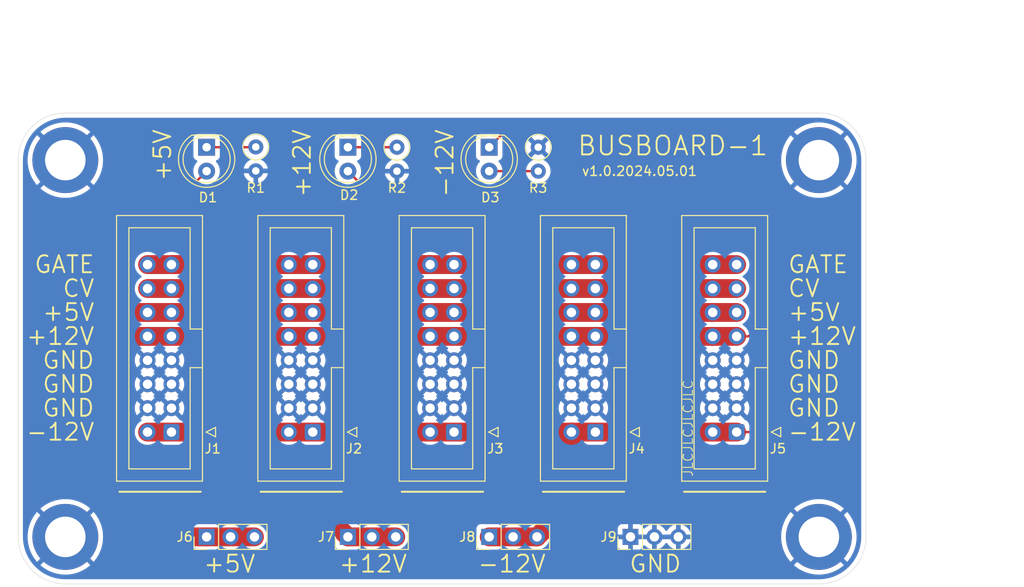
<source format=kicad_pcb>
(kicad_pcb (version 20240108) (generator "pcbnew") (generator_version "8.0")
  (layers (0 "F.Cu" signal) (31 "B.Cu" signal) (34 "B.Paste" user) (35 "F.Paste" user) (36 "B.SilkS" user "B.Silkscreen") (37 "F.SilkS" user "F.Silkscreen") (38 "B.Mask" user) (39 "F.Mask" user) (44 "Edge.Cuts" user))
  (net 0 "")
  (net 1 "/CV")
  (net 2 "/GATE")
  (net 3 "GND")
  (net 4 "Net-(D1-K)")
  (net 5 "+5V")
  (net 6 "Net-(D2-K)")
  (net 7 "-12V")
  (net 8 "Net-(D3-A)")
  (net 9 "+12V")
  (footprint "Resistor_THT:R_Axial_DIN0207_L6.3mm_D2.5mm_P2.54mm_Vertical" (layer "F.Cu") (at 125.222 103.603 -90)
    (property "Reference" "R1" (at 4.347 0 0) (layer "F.SilkS"))
    (property "Value" "1k")
    (fp_line (start 1.37 0) (end 1.44 0) (stroke (width 0.12)) (layer "F.SilkS"))
    (fp_circle (center 0 0) (end 1.37 0) (stroke (width 0.12)) (fill none) (layer "F.SilkS"))
    (pad "1" thru_hole circle (at 0 0 270) (size 1.6 1.6) (drill 0.8) (layers "*.Cu" "*.Mask") (net 4 "Net-(D1-K)"))
    (pad "2" thru_hole oval (at 2.54 0 270) (size 1.6 1.6) (drill 0.8) (layers "*.Cu" "*.Mask") (net 3 "GND"))
  )
  (footprint "Connector_PinHeader_2.54mm:PinHeader_1x03_P2.54mm_Vertical" (layer "F.Cu") (at 120 145 90)
    (property "Reference" "J6" (at 0 -2.33 0) (layer "F.SilkS"))
    (property "Value" "Conn_01x03")
    (fp_line (start -1.33 -1.33) (end 0 -1.33) (stroke (width 0.12)) (layer "F.SilkS"))
    (fp_line (start -1.33 0) (end -1.33 -1.33) (stroke (width 0.12)) (layer "F.SilkS"))
    (fp_line (start 1.33 1.27) (end 1.33 6.41) (stroke (width 0.12)) (layer "F.SilkS"))
    (fp_line (start -1.33 1.27) (end 1.33 1.27) (stroke (width 0.12)) (layer "F.SilkS"))
    (fp_line (start -1.33 1.27) (end -1.33 6.41) (stroke (width 0.12)) (layer "F.SilkS"))
    (fp_line (start -1.33 6.41) (end 1.33 6.41) (stroke (width 0.12)) (layer "F.SilkS"))
    (pad "1" thru_hole rect (at 0 0 90) (size 1.7 1.7) (drill 1) (layers "*.Cu" "*.Mask") (net 5 "+5V"))
    (pad "2" thru_hole oval (at 0 2.54 90) (size 1.7 1.7) (drill 1) (layers "*.Cu" "*.Mask") (net 5 "+5V"))
    (pad "3" thru_hole oval (at 0 5.08 90) (size 1.7 1.7) (drill 1) (layers "*.Cu" "*.Mask") (net 5 "+5V"))
  )
  (footprint "MountingHole:MountingHole_4.3mm_M4_ISO14580_Pad" (layer "F.Cu") (at 185 145)
    (property "Reference" "H4" (hide yes))
    (property "Value" "MountingHole_Pad")
    (pad "1" thru_hole circle (at 0 0) (size 7 7) (drill 4.3) (layers "*.Cu" "*.Mask") (net 3 "GND"))
  )
  (footprint "LED_THT:LED_D5.0mm" (layer "F.Cu") (at 150 103.632 -90)
    (property "Reference" "D3" (at 5.334 -0.114 0) (layer "F.SilkS"))
    (property "Value" "LED")
    (fp_line (start -1.29 -1.545) (end -1.29 1.545) (stroke (width 0.12)) (layer "F.SilkS"))
    (fp_arc (start 4.26 -0.000462) (mid 2.072002 2.880433) (end -1.29 1.54483) (stroke (width 0.12)) (layer "F.SilkS"))
    (fp_arc (start -1.29 -1.54483) (mid 2.072002 -2.880433) (end 4.26 0.000462) (stroke (width 0.12)) (layer "F.SilkS"))
    (fp_circle (center 1.27 0) (end 3.77 0) (stroke (width 0.12)) (fill none) (layer "F.SilkS"))
    (pad "1" thru_hole rect (at 0 0 270) (size 1.8 1.8) (drill 0.9) (layers "*.Cu" "*.Mask") (net 7 "-12V"))
    (pad "2" thru_hole circle (at 2.54 0 270) (size 1.8 1.8) (drill 0.9) (layers "*.Cu" "*.Mask") (net 8 "Net-(D3-A)"))
  )
  (footprint "MountingHole:MountingHole_4.3mm_M4_ISO14580_Pad" (layer "F.Cu") (at 105 105)
    (property "Reference" "H1" (hide yes))
    (property "Value" "MountingHole_Pad")
    (pad "1" thru_hole circle (at 0 0) (size 7 7) (drill 4.3) (layers "*.Cu" "*.Mask") (net 3 "GND"))
  )
  (footprint "Connector_IDC:IDC-Header_2x08_P2.54mm_Vertical" (layer "F.Cu") (at 176.27 133.873 180)
    (property "Reference" "J5" (at -4.38 -1.763 180) (layer "F.SilkS"))
    (property "Value" "Conn_02x08_Odd_Even")
    (fp_line (start 5.83 22.99) (end -3.29 22.99) (stroke (width 0.12)) (layer "F.SilkS"))
    (fp_line (start 5.83 -5.21) (end 5.83 22.99) (stroke (width 0.12)) (layer "F.SilkS"))
    (fp_line (start 4.52 21.69) (end -1.98 21.69) (stroke (width 0.12)) (layer "F.SilkS"))
    (fp_line (start 4.52 -3.91) (end 4.52 21.69) (stroke (width 0.12)) (layer "F.SilkS"))
    (fp_line (start -1.98 21.69) (end -1.98 10.94) (stroke (width 0.12)) (layer "F.SilkS"))
    (fp_line (start -1.98 10.94) (end -1.98 10.94) (stroke (width 0.12)) (layer "F.SilkS"))
    (fp_line (start -1.98 10.94) (end -3.29 10.94) (stroke (width 0.12)) (layer "F.SilkS"))
    (fp_line (start -1.98 6.84) (end -1.98 -3.91) (stroke (width 0.12)) (layer "F.SilkS"))
    (fp_line (start -1.98 -3.91) (end 4.52 -3.91) (stroke (width 0.12)) (layer "F.SilkS"))
    (fp_line (start -3.29 22.99) (end -3.29 -5.21) (stroke (width 0.12)) (layer "F.SilkS"))
    (fp_line (start -3.29 6.84) (end -1.98 6.84) (stroke (width 0.12)) (layer "F.SilkS"))
    (fp_line (start -3.29 -5.21) (end 5.83 -5.21) (stroke (width 0.12)) (layer "F.SilkS"))
    (fp_line (start -3.68 0) (end -4.68 -0.5) (stroke (width 0.12)) (layer "F.SilkS"))
    (fp_line (start -4.68 0.5) (end -3.68 0) (stroke (width 0.12)) (layer "F.SilkS"))
    (fp_line (start -4.68 -0.5) (end -4.68 0.5) (stroke (width 0.12)) (layer "F.SilkS"))
    (pad "1" thru_hole roundrect (at 0 0 180) (size 1.7 1.7) (drill 1) (layers "*.Cu" "*.Mask") (roundrect_rratio 0.147059) (net 7 "-12V"))
    (pad "2" thru_hole circle (at 2.54 0 180) (size 1.7 1.7) (drill 1) (layers "*.Cu" "*.Mask") (net 7 "-12V"))
    (pad "3" thru_hole circle (at 0 2.54 180) (size 1.7 1.7) (drill 1) (layers "*.Cu" "*.Mask") (net 3 "GND"))
    (pad "4" thru_hole circle (at 2.54 2.54 180) (size 1.7 1.7) (drill 1) (layers "*.Cu" "*.Mask") (net 3 "GND"))
    (pad "5" thru_hole circle (at 0 5.08 180) (size 1.7 1.7) (drill 1) (layers "*.Cu" "*.Mask") (net 3 "GND"))
    (pad "6" thru_hole circle (at 2.54 5.08 180) (size 1.7 1.7) (drill 1) (layers "*.Cu" "*.Mask") (net 3 "GND"))
    (pad "7" thru_hole circle (at 0 7.62 180) (size 1.7 1.7) (drill 1) (layers "*.Cu" "*.Mask") (net 3 "GND"))
    (pad "8" thru_hole circle (at 2.54 7.62 180) (size 1.7 1.7) (drill 1) (layers "*.Cu" "*.Mask") (net 3 "GND"))
    (pad "9" thru_hole circle (at 0 10.16 180) (size 1.7 1.7) (drill 1) (layers "*.Cu" "*.Mask") (net 9 "+12V"))
    (pad "10" thru_hole circle (at 2.54 10.16 180) (size 1.7 1.7) (drill 1) (layers "*.Cu" "*.Mask") (net 9 "+12V"))
    (pad "11" thru_hole circle (at 0 12.7 180) (size 1.7 1.7) (drill 1) (layers "*.Cu" "*.Mask") (net 5 "+5V"))
    (pad "12" thru_hole circle (at 2.54 12.7 180) (size 1.7 1.7) (drill 1) (layers "*.Cu" "*.Mask") (net 5 "+5V"))
    (pad "13" thru_hole circle (at 0 15.24 180) (size 1.7 1.7) (drill 1) (layers "*.Cu" "*.Mask") (net 1 "/CV"))
    (pad "14" thru_hole circle (at 2.54 15.24 180) (size 1.7 1.7) (drill 1) (layers "*.Cu" "*.Mask") (net 1 "/CV"))
    (pad "15" thru_hole circle (at 0 17.78 180) (size 1.7 1.7) (drill 1) (layers "*.Cu" "*.Mask") (net 2 "/GATE"))
    (pad "16" thru_hole circle (at 2.54 17.78 180) (size 1.7 1.7) (drill 1) (layers "*.Cu" "*.Mask") (net 2 "/GATE"))
  )
  (footprint "Resistor_THT:R_Axial_DIN0207_L6.3mm_D2.5mm_P2.54mm_Vertical" (layer "F.Cu") (at 155.208 103.632 -90)
    (property "Reference" "R3" (at 4.318 0.014 180) (layer "F.SilkS"))
    (property "Value" "1k")
    (fp_line (start 1.37 0) (end 1.44 0) (stroke (width 0.12)) (layer "F.SilkS"))
    (fp_circle (center 0 0) (end 1.37 0) (stroke (width 0.12)) (fill none) (layer "F.SilkS"))
    (pad "1" thru_hole circle (at 0 0 270) (size 1.6 1.6) (drill 0.8) (layers "*.Cu" "*.Mask") (net 3 "GND"))
    (pad "2" thru_hole oval (at 2.54 0 270) (size 1.6 1.6) (drill 0.8) (layers "*.Cu" "*.Mask") (net 8 "Net-(D3-A)"))
  )
  (footprint "Connector_PinHeader_2.54mm:PinHeader_1x03_P2.54mm_Vertical" (layer "F.Cu") (at 135 145 90)
    (property "Reference" "J7" (at 0 -2.33 0) (layer "F.SilkS"))
    (property "Value" "Conn_01x03")
    (fp_line (start -1.33 -1.33) (end 0 -1.33) (stroke (width 0.12)) (layer "F.SilkS"))
    (fp_line (start -1.33 0) (end -1.33 -1.33) (stroke (width 0.12)) (layer "F.SilkS"))
    (fp_line (start 1.33 1.27) (end 1.33 6.41) (stroke (width 0.12)) (layer "F.SilkS"))
    (fp_line (start -1.33 1.27) (end 1.33 1.27) (stroke (width 0.12)) (layer "F.SilkS"))
    (fp_line (start -1.33 1.27) (end -1.33 6.41) (stroke (width 0.12)) (layer "F.SilkS"))
    (fp_line (start -1.33 6.41) (end 1.33 6.41) (stroke (width 0.12)) (layer "F.SilkS"))
    (pad "1" thru_hole rect (at 0 0 90) (size 1.7 1.7) (drill 1) (layers "*.Cu" "*.Mask") (net 9 "+12V"))
    (pad "2" thru_hole oval (at 0 2.54 90) (size 1.7 1.7) (drill 1) (layers "*.Cu" "*.Mask") (net 9 "+12V"))
    (pad "3" thru_hole oval (at 0 5.08 90) (size 1.7 1.7) (drill 1) (layers "*.Cu" "*.Mask") (net 9 "+12V"))
  )
  (footprint "Resistor_THT:R_Axial_DIN0207_L6.3mm_D2.5mm_P2.54mm_Vertical" (layer "F.Cu") (at 140.208 103.632 -90)
    (property "Reference" "R2" (at 4.318 0 180) (layer "F.SilkS"))
    (property "Value" "1k")
    (fp_line (start 1.37 0) (end 1.44 0) (stroke (width 0.12)) (layer "F.SilkS"))
    (fp_circle (center 0 0) (end 1.37 0) (stroke (width 0.12)) (fill none) (layer "F.SilkS"))
    (pad "1" thru_hole circle (at 0 0 270) (size 1.6 1.6) (drill 0.8) (layers "*.Cu" "*.Mask") (net 6 "Net-(D2-K)"))
    (pad "2" thru_hole oval (at 2.54 0 270) (size 1.6 1.6) (drill 0.8) (layers "*.Cu" "*.Mask") (net 3 "GND"))
  )
  (footprint "Connector_PinHeader_2.54mm:PinHeader_1x03_P2.54mm_Vertical" (layer "F.Cu") (at 150 145 90)
    (property "Reference" "J8" (at 0 -2.33 0) (layer "F.SilkS"))
    (property "Value" "Conn_01x03")
    (fp_line (start -1.33 -1.33) (end 0 -1.33) (stroke (width 0.12)) (layer "F.SilkS"))
    (fp_line (start -1.33 0) (end -1.33 -1.33) (stroke (width 0.12)) (layer "F.SilkS"))
    (fp_line (start 1.33 1.27) (end 1.33 6.41) (stroke (width 0.12)) (layer "F.SilkS"))
    (fp_line (start -1.33 1.27) (end 1.33 1.27) (stroke (width 0.12)) (layer "F.SilkS"))
    (fp_line (start -1.33 1.27) (end -1.33 6.41) (stroke (width 0.12)) (layer "F.SilkS"))
    (fp_line (start -1.33 6.41) (end 1.33 6.41) (stroke (width 0.12)) (layer "F.SilkS"))
    (pad "1" thru_hole rect (at 0 0 90) (size 1.7 1.7) (drill 1) (layers "*.Cu" "*.Mask") (net 7 "-12V"))
    (pad "2" thru_hole oval (at 0 2.54 90) (size 1.7 1.7) (drill 1) (layers "*.Cu" "*.Mask") (net 7 "-12V"))
    (pad "3" thru_hole oval (at 0 5.08 90) (size 1.7 1.7) (drill 1) (layers "*.Cu" "*.Mask") (net 7 "-12V"))
  )
  (footprint "LED_THT:LED_D5.0mm" (layer "F.Cu") (at 135 103.632 -90)
    (property "Reference" "D2" (at 5.08 -0.128 0) (layer "F.SilkS"))
    (property "Value" "LED")
    (fp_line (start -1.29 -1.545) (end -1.29 1.545) (stroke (width 0.12)) (layer "F.SilkS"))
    (fp_arc (start 4.26 -0.000462) (mid 2.072002 2.880433) (end -1.29 1.54483) (stroke (width 0.12)) (layer "F.SilkS"))
    (fp_arc (start -1.29 -1.54483) (mid 2.072002 -2.880433) (end 4.26 0.000462) (stroke (width 0.12)) (layer "F.SilkS"))
    (fp_circle (center 1.27 0) (end 3.77 0) (stroke (width 0.12)) (fill none) (layer "F.SilkS"))
    (pad "1" thru_hole rect (at 0 0 270) (size 1.8 1.8) (drill 0.9) (layers "*.Cu" "*.Mask") (net 6 "Net-(D2-K)"))
    (pad "2" thru_hole circle (at 2.54 0 270) (size 1.8 1.8) (drill 0.9) (layers "*.Cu" "*.Mask") (net 9 "+12V"))
  )
  (footprint "Connector_IDC:IDC-Header_2x08_P2.54mm_Vertical" (layer "F.Cu") (at 146.27 133.873 180)
    (property "Reference" "J3" (at -4.38 -1.763 180) (layer "F.SilkS"))
    (property "Value" "Conn_02x08_Odd_Even")
    (fp_line (start 5.83 22.99) (end -3.29 22.99) (stroke (width 0.12)) (layer "F.SilkS"))
    (fp_line (start 5.83 -5.21) (end 5.83 22.99) (stroke (width 0.12)) (layer "F.SilkS"))
    (fp_line (start 4.52 21.69) (end -1.98 21.69) (stroke (width 0.12)) (layer "F.SilkS"))
    (fp_line (start 4.52 -3.91) (end 4.52 21.69) (stroke (width 0.12)) (layer "F.SilkS"))
    (fp_line (start -1.98 21.69) (end -1.98 10.94) (stroke (width 0.12)) (layer "F.SilkS"))
    (fp_line (start -1.98 10.94) (end -1.98 10.94) (stroke (width 0.12)) (layer "F.SilkS"))
    (fp_line (start -1.98 10.94) (end -3.29 10.94) (stroke (width 0.12)) (layer "F.SilkS"))
    (fp_line (start -1.98 6.84) (end -1.98 -3.91) (stroke (width 0.12)) (layer "F.SilkS"))
    (fp_line (start -1.98 -3.91) (end 4.52 -3.91) (stroke (width 0.12)) (layer "F.SilkS"))
    (fp_line (start -3.29 22.99) (end -3.29 -5.21) (stroke (width 0.12)) (layer "F.SilkS"))
    (fp_line (start -3.29 6.84) (end -1.98 6.84) (stroke (width 0.12)) (layer "F.SilkS"))
    (fp_line (start -3.29 -5.21) (end 5.83 -5.21) (stroke (width 0.12)) (layer "F.SilkS"))
    (fp_line (start -3.68 0) (end -4.68 -0.5) (stroke (width 0.12)) (layer "F.SilkS"))
    (fp_line (start -4.68 0.5) (end -3.68 0) (stroke (width 0.12)) (layer "F.SilkS"))
    (fp_line (start -4.68 -0.5) (end -4.68 0.5) (stroke (width 0.12)) (layer "F.SilkS"))
    (pad "1" thru_hole roundrect (at 0 0 180) (size 1.7 1.7) (drill 1) (layers "*.Cu" "*.Mask") (roundrect_rratio 0.147059) (net 7 "-12V"))
    (pad "2" thru_hole circle (at 2.54 0 180) (size 1.7 1.7) (drill 1) (layers "*.Cu" "*.Mask") (net 7 "-12V"))
    (pad "3" thru_hole circle (at 0 2.54 180) (size 1.7 1.7) (drill 1) (layers "*.Cu" "*.Mask") (net 3 "GND"))
    (pad "4" thru_hole circle (at 2.54 2.54 180) (size 1.7 1.7) (drill 1) (layers "*.Cu" "*.Mask") (net 3 "GND"))
    (pad "5" thru_hole circle (at 0 5.08 180) (size 1.7 1.7) (drill 1) (layers "*.Cu" "*.Mask") (net 3 "GND"))
    (pad "6" thru_hole circle (at 2.54 5.08 180) (size 1.7 1.7) (drill 1) (layers "*.Cu" "*.Mask") (net 3 "GND"))
    (pad "7" thru_hole circle (at 0 7.62 180) (size 1.7 1.7) (drill 1) (layers "*.Cu" "*.Mask") (net 3 "GND"))
    (pad "8" thru_hole circle (at 2.54 7.62 180) (size 1.7 1.7) (drill 1) (layers "*.Cu" "*.Mask") (net 3 "GND"))
    (pad "9" thru_hole circle (at 0 10.16 180) (size 1.7 1.7) (drill 1) (layers "*.Cu" "*.Mask") (net 9 "+12V"))
    (pad "10" thru_hole circle (at 2.54 10.16 180) (size 1.7 1.7) (drill 1) (layers "*.Cu" "*.Mask") (net 9 "+12V"))
    (pad "11" thru_hole circle (at 0 12.7 180) (size 1.7 1.7) (drill 1) (layers "*.Cu" "*.Mask") (net 5 "+5V"))
    (pad "12" thru_hole circle (at 2.54 12.7 180) (size 1.7 1.7) (drill 1) (layers "*.Cu" "*.Mask") (net 5 "+5V"))
    (pad "13" thru_hole circle (at 0 15.24 180) (size 1.7 1.7) (drill 1) (layers "*.Cu" "*.Mask") (net 1 "/CV"))
    (pad "14" thru_hole circle (at 2.54 15.24 180) (size 1.7 1.7) (drill 1) (layers "*.Cu" "*.Mask") (net 1 "/CV"))
    (pad "15" thru_hole circle (at 0 17.78 180) (size 1.7 1.7) (drill 1) (layers "*.Cu" "*.Mask") (net 2 "/GATE"))
    (pad "16" thru_hole circle (at 2.54 17.78 180) (size 1.7 1.7) (drill 1) (layers "*.Cu" "*.Mask") (net 2 "/GATE"))
  )
  (footprint "MountingHole:MountingHole_4.3mm_M4_ISO14580_Pad" (layer "F.Cu") (at 185 105)
    (property "Reference" "H3" (hide yes))
    (property "Value" "MountingHole_Pad")
    (pad "1" thru_hole circle (at 0 0) (size 7 7) (drill 4.3) (layers "*.Cu" "*.Mask") (net 3 "GND"))
  )
  (footprint "Connector_PinHeader_2.54mm:PinHeader_1x03_P2.54mm_Vertical" (layer "F.Cu") (at 165 145 90)
    (property "Reference" "J9" (at 0 -2.33 0) (layer "F.SilkS"))
    (property "Value" "Conn_01x03")
    (fp_line (start -1.33 -1.33) (end 0 -1.33) (stroke (width 0.12)) (layer "F.SilkS"))
    (fp_line (start -1.33 0) (end -1.33 -1.33) (stroke (width 0.12)) (layer "F.SilkS"))
    (fp_line (start 1.33 1.27) (end 1.33 6.41) (stroke (width 0.12)) (layer "F.SilkS"))
    (fp_line (start -1.33 1.27) (end 1.33 1.27) (stroke (width 0.12)) (layer "F.SilkS"))
    (fp_line (start -1.33 1.27) (end -1.33 6.41) (stroke (width 0.12)) (layer "F.SilkS"))
    (fp_line (start -1.33 6.41) (end 1.33 6.41) (stroke (width 0.12)) (layer "F.SilkS"))
    (pad "1" thru_hole rect (at 0 0 90) (size 1.7 1.7) (drill 1) (layers "*.Cu" "*.Mask") (net 3 "GND"))
    (pad "2" thru_hole oval (at 0 2.54 90) (size 1.7 1.7) (drill 1) (layers "*.Cu" "*.Mask") (net 3 "GND"))
    (pad "3" thru_hole oval (at 0 5.08 90) (size 1.7 1.7) (drill 1) (layers "*.Cu" "*.Mask") (net 3 "GND"))
  )
  (footprint "MountingHole:MountingHole_4.3mm_M4_ISO14580_Pad" (layer "F.Cu") (at 105 145)
    (property "Reference" "H2" (hide yes))
    (property "Value" "MountingHole_Pad")
    (pad "1" thru_hole circle (at 0 0) (size 7 7) (drill 4.3) (layers "*.Cu" "*.Mask") (net 3 "GND"))
  )
  (footprint "LED_THT:LED_D5.0mm" (layer "F.Cu") (at 120 103.632 -90)
    (property "Reference" "D1" (at 5.334 -0.142 180) (layer "F.SilkS"))
    (property "Value" "LED")
    (fp_line (start -1.29 -1.545) (end -1.29 1.545) (stroke (width 0.12)) (layer "F.SilkS"))
    (fp_arc (start 4.26 -0.000462) (mid 2.072002 2.880433) (end -1.29 1.54483) (stroke (width 0.12)) (layer "F.SilkS"))
    (fp_arc (start -1.29 -1.54483) (mid 2.072002 -2.880433) (end 4.26 0.000462) (stroke (width 0.12)) (layer "F.SilkS"))
    (fp_circle (center 1.27 0) (end 3.77 0) (stroke (width 0.12)) (fill none) (layer "F.SilkS"))
    (pad "1" thru_hole rect (at 0 0 270) (size 1.8 1.8) (drill 0.9) (layers "*.Cu" "*.Mask") (net 4 "Net-(D1-K)"))
    (pad "2" thru_hole circle (at 2.54 0 270) (size 1.8 1.8) (drill 0.9) (layers "*.Cu" "*.Mask") (net 5 "+5V"))
  )
  (footprint "Connector_IDC:IDC-Header_2x08_P2.54mm_Vertical" (layer "F.Cu") (at 116.27 133.873 180)
    (property "Reference" "J1" (at -4.38 -1.763 180) (layer "F.SilkS"))
    (property "Value" "Conn_02x08_Odd_Even")
    (fp_line (start 5.83 22.99) (end -3.29 22.99) (stroke (width 0.12)) (layer "F.SilkS"))
    (fp_line (start 5.83 -5.21) (end 5.83 22.99) (stroke (width 0.12)) (layer "F.SilkS"))
    (fp_line (start 4.52 21.69) (end -1.98 21.69) (stroke (width 0.12)) (layer "F.SilkS"))
    (fp_line (start 4.52 -3.91) (end 4.52 21.69) (stroke (width 0.12)) (layer "F.SilkS"))
    (fp_line (start -1.98 21.69) (end -1.98 10.94) (stroke (width 0.12)) (layer "F.SilkS"))
    (fp_line (start -1.98 10.94) (end -1.98 10.94) (stroke (width 0.12)) (layer "F.SilkS"))
    (fp_line (start -1.98 10.94) (end -3.29 10.94) (stroke (width 0.12)) (layer "F.SilkS"))
    (fp_line (start -1.98 6.84) (end -1.98 -3.91) (stroke (width 0.12)) (layer "F.SilkS"))
    (fp_line (start -1.98 -3.91) (end 4.52 -3.91) (stroke (width 0.12)) (layer "F.SilkS"))
    (fp_line (start -3.29 22.99) (end -3.29 -5.21) (stroke (width 0.12)) (layer "F.SilkS"))
    (fp_line (start -3.29 6.84) (end -1.98 6.84) (stroke (width 0.12)) (layer "F.SilkS"))
    (fp_line (start -3.29 -5.21) (end 5.83 -5.21) (stroke (width 0.12)) (layer "F.SilkS"))
    (fp_line (start -3.68 0) (end -4.68 -0.5) (stroke (width 0.12)) (layer "F.SilkS"))
    (fp_line (start -4.68 0.5) (end -3.68 0) (stroke (width 0.12)) (layer "F.SilkS"))
    (fp_line (start -4.68 -0.5) (end -4.68 0.5) (stroke (width 0.12)) (layer "F.SilkS"))
    (pad "1" thru_hole roundrect (at 0 0 180) (size 1.7 1.7) (drill 1) (layers "*.Cu" "*.Mask") (roundrect_rratio 0.147059) (net 7 "-12V"))
    (pad "2" thru_hole circle (at 2.54 0 180) (size 1.7 1.7) (drill 1) (layers "*.Cu" "*.Mask") (net 7 "-12V"))
    (pad "3" thru_hole circle (at 0 2.54 180) (size 1.7 1.7) (drill 1) (layers "*.Cu" "*.Mask") (net 3 "GND"))
    (pad "4" thru_hole circle (at 2.54 2.54 180) (size 1.7 1.7) (drill 1) (layers "*.Cu" "*.Mask") (net 3 "GND"))
    (pad "5" thru_hole circle (at 0 5.08 180) (size 1.7 1.7) (drill 1) (layers "*.Cu" "*.Mask") (net 3 "GND"))
    (pad "6" thru_hole circle (at 2.54 5.08 180) (size 1.7 1.7) (drill 1) (layers "*.Cu" "*.Mask") (net 3 "GND"))
    (pad "7" thru_hole circle (at 0 7.62 180) (size 1.7 1.7) (drill 1) (layers "*.Cu" "*.Mask") (net 3 "GND"))
    (pad "8" thru_hole circle (at 2.54 7.62 180) (size 1.7 1.7) (drill 1) (layers "*.Cu" "*.Mask") (net 3 "GND"))
    (pad "9" thru_hole circle (at 0 10.16 180) (size 1.7 1.7) (drill 1) (layers "*.Cu" "*.Mask") (net 9 "+12V"))
    (pad "10" thru_hole circle (at 2.54 10.16 180) (size 1.7 1.7) (drill 1) (layers "*.Cu" "*.Mask") (net 9 "+12V"))
    (pad "11" thru_hole circle (at 0 12.7 180) (size 1.7 1.7) (drill 1) (layers "*.Cu" "*.Mask") (net 5 "+5V"))
    (pad "12" thru_hole circle (at 2.54 12.7 180) (size 1.7 1.7) (drill 1) (layers "*.Cu" "*.Mask") (net 5 "+5V"))
    (pad "13" thru_hole circle (at 0 15.24 180) (size 1.7 1.7) (drill 1) (layers "*.Cu" "*.Mask") (net 1 "/CV"))
    (pad "14" thru_hole circle (at 2.54 15.24 180) (size 1.7 1.7) (drill 1) (layers "*.Cu" "*.Mask") (net 1 "/CV"))
    (pad "15" thru_hole circle (at 0 17.78 180) (size 1.7 1.7) (drill 1) (layers "*.Cu" "*.Mask") (net 2 "/GATE"))
    (pad "16" thru_hole circle (at 2.54 17.78 180) (size 1.7 1.7) (drill 1) (layers "*.Cu" "*.Mask") (net 2 "/GATE"))
  )
  (footprint "Connector_IDC:IDC-Header_2x08_P2.54mm_Vertical" (layer "F.Cu") (at 161.27 133.873 180)
    (property "Reference" "J4" (at -4.38 -1.763 180) (layer "F.SilkS"))
    (property "Value" "Conn_02x08_Odd_Even")
    (fp_line (start 5.83 22.99) (end -3.29 22.99) (stroke (width 0.12)) (layer "F.SilkS"))
    (fp_line (start 5.83 -5.21) (end 5.83 22.99) (stroke (width 0.12)) (layer "F.SilkS"))
    (fp_line (start 4.52 21.69) (end -1.98 21.69) (stroke (width 0.12)) (layer "F.SilkS"))
    (fp_line (start 4.52 -3.91) (end 4.52 21.69) (stroke (width 0.12)) (layer "F.SilkS"))
    (fp_line (start -1.98 21.69) (end -1.98 10.94) (stroke (width 0.12)) (layer "F.SilkS"))
    (fp_line (start -1.98 10.94) (end -1.98 10.94) (stroke (width 0.12)) (layer "F.SilkS"))
    (fp_line (start -1.98 10.94) (end -3.29 10.94) (stroke (width 0.12)) (layer "F.SilkS"))
    (fp_line (start -1.98 6.84) (end -1.98 -3.91) (stroke (width 0.12)) (layer "F.SilkS"))
    (fp_line (start -1.98 -3.91) (end 4.52 -3.91) (stroke (width 0.12)) (layer "F.SilkS"))
    (fp_line (start -3.29 22.99) (end -3.29 -5.21) (stroke (width 0.12)) (layer "F.SilkS"))
    (fp_line (start -3.29 6.84) (end -1.98 6.84) (stroke (width 0.12)) (layer "F.SilkS"))
    (fp_line (start -3.29 -5.21) (end 5.83 -5.21) (stroke (width 0.12)) (layer "F.SilkS"))
    (fp_line (start -3.68 0) (end -4.68 -0.5) (stroke (width 0.12)) (layer "F.SilkS"))
    (fp_line (start -4.68 0.5) (end -3.68 0) (stroke (width 0.12)) (layer "F.SilkS"))
    (fp_line (start -4.68 -0.5) (end -4.68 0.5) (stroke (width 0.12)) (layer "F.SilkS"))
    (pad "1" thru_hole roundrect (at 0 0 180) (size 1.7 1.7) (drill 1) (layers "*.Cu" "*.Mask") (roundrect_rratio 0.147059) (net 7 "-12V"))
    (pad "2" thru_hole circle (at 2.54 0 180) (size 1.7 1.7) (drill 1) (layers "*.Cu" "*.Mask") (net 7 "-12V"))
    (pad "3" thru_hole circle (at 0 2.54 180) (size 1.7 1.7) (drill 1) (layers "*.Cu" "*.Mask") (net 3 "GND"))
    (pad "4" thru_hole circle (at 2.54 2.54 180) (size 1.7 1.7) (drill 1) (layers "*.Cu" "*.Mask") (net 3 "GND"))
    (pad "5" thru_hole circle (at 0 5.08 180) (size 1.7 1.7) (drill 1) (layers "*.Cu" "*.Mask") (net 3 "GND"))
    (pad "6" thru_hole circle (at 2.54 5.08 180) (size 1.7 1.7) (drill 1) (layers "*.Cu" "*.Mask") (net 3 "GND"))
    (pad "7" thru_hole circle (at 0 7.62 180) (size 1.7 1.7) (drill 1) (layers "*.Cu" "*.Mask") (net 3 "GND"))
    (pad "8" thru_hole circle (at 2.54 7.62 180) (size 1.7 1.7) (drill 1) (layers "*.Cu" "*.Mask") (net 3 "GND"))
    (pad "9" thru_hole circle (at 0 10.16 180) (size 1.7 1.7) (drill 1) (layers "*.Cu" "*.Mask") (net 9 "+12V"))
    (pad "10" thru_hole circle (at 2.54 10.16 180) (size 1.7 1.7) (drill 1) (layers "*.Cu" "*.Mask") (net 9 "+12V"))
    (pad "11" thru_hole circle (at 0 12.7 180) (size 1.7 1.7) (drill 1) (layers "*.Cu" "*.Mask") (net 5 "+5V"))
    (pad "12" thru_hole circle (at 2.54 12.7 180) (size 1.7 1.7) (drill 1) (layers "*.Cu" "*.Mask") (net 5 "+5V"))
    (pad "13" thru_hole circle (at 0 15.24 180) (size 1.7 1.7) (drill 1) (layers "*.Cu" "*.Mask") (net 1 "/CV"))
    (pad "14" thru_hole circle (at 2.54 15.24 180) (size 1.7 1.7) (drill 1) (layers "*.Cu" "*.Mask") (net 1 "/CV"))
    (pad "15" thru_hole circle (at 0 17.78 180) (size 1.7 1.7) (drill 1) (layers "*.Cu" "*.Mask") (net 2 "/GATE"))
    (pad "16" thru_hole circle (at 2.54 17.78 180) (size 1.7 1.7) (drill 1) (layers "*.Cu" "*.Mask") (net 2 "/GATE"))
  )
  (footprint "Connector_IDC:IDC-Header_2x08_P2.54mm_Vertical" (layer "F.Cu") (at 131.27 133.873 180)
    (property "Reference" "J2" (at -4.38 -1.763 180) (layer "F.SilkS"))
    (property "Value" "Conn_02x08_Odd_Even")
    (fp_line (start 5.83 22.99) (end -3.29 22.99) (stroke (width 0.12)) (layer "F.SilkS"))
    (fp_line (start 5.83 -5.21) (end 5.83 22.99) (stroke (width 0.12)) (layer "F.SilkS"))
    (fp_line (start 4.52 21.69) (end -1.98 21.69) (stroke (width 0.12)) (layer "F.SilkS"))
    (fp_line (start 4.52 -3.91) (end 4.52 21.69) (stroke (width 0.12)) (layer "F.SilkS"))
    (fp_line (start -1.98 21.69) (end -1.98 10.94) (stroke (width 0.12)) (layer "F.SilkS"))
    (fp_line (start -1.98 10.94) (end -1.98 10.94) (stroke (width 0.12)) (layer "F.SilkS"))
    (fp_line (start -1.98 10.94) (end -3.29 10.94) (stroke (width 0.12)) (layer "F.SilkS"))
    (fp_line (start -1.98 6.84) (end -1.98 -3.91) (stroke (width 0.12)) (layer "F.SilkS"))
    (fp_line (start -1.98 -3.91) (end 4.52 -3.91) (stroke (width 0.12)) (layer "F.SilkS"))
    (fp_line (start -3.29 22.99) (end -3.29 -5.21) (stroke (width 0.12)) (layer "F.SilkS"))
    (fp_line (start -3.29 6.84) (end -1.98 6.84) (stroke (width 0.12)) (layer "F.SilkS"))
    (fp_line (start -3.29 -5.21) (end 5.83 -5.21) (stroke (width 0.12)) (layer "F.SilkS"))
    (fp_line (start -3.68 0) (end -4.68 -0.5) (stroke (width 0.12)) (layer "F.SilkS"))
    (fp_line (start -4.68 0.5) (end -3.68 0) (stroke (width 0.12)) (layer "F.SilkS"))
    (fp_line (start -4.68 -0.5) (end -4.68 0.5) (stroke (width 0.12)) (layer "F.SilkS"))
    (pad "1" thru_hole roundrect (at 0 0 180) (size 1.7 1.7) (drill 1) (layers "*.Cu" "*.Mask") (roundrect_rratio 0.147059) (net 7 "-12V"))
    (pad "2" thru_hole circle (at 2.54 0 180) (size 1.7 1.7) (drill 1) (layers "*.Cu" "*.Mask") (net 7 "-12V"))
    (pad "3" thru_hole circle (at 0 2.54 180) (size 1.7 1.7) (drill 1) (layers "*.Cu" "*.Mask") (net 3 "GND"))
    (pad "4" thru_hole circle (at 2.54 2.54 180) (size 1.7 1.7) (drill 1) (layers "*.Cu" "*.Mask") (net 3 "GND"))
    (pad "5" thru_hole circle (at 0 5.08 180) (size 1.7 1.7) (drill 1) (layers "*.Cu" "*.Mask") (net 3 "GND"))
    (pad "6" thru_hole circle (at 2.54 5.08 180) (size 1.7 1.7) (drill 1) (layers "*.Cu" "*.Mask") (net 3 "GND"))
    (pad "7" thru_hole circle (at 0 7.62 180) (size 1.7 1.7) (drill 1) (layers "*.Cu" "*.Mask") (net 3 "GND"))
    (pad "8" thru_hole circle (at 2.54 7.62 180) (size 1.7 1.7) (drill 1) (layers "*.Cu" "*.Mask") (net 3 "GND"))
    (pad "9" thru_hole circle (at 0 10.16 180) (size 1.7 1.7) (drill 1) (layers "*.Cu" "*.Mask") (net 9 "+12V"))
    (pad "10" thru_hole circle (at 2.54 10.16 180) (size 1.7 1.7) (drill 1) (layers "*.Cu" "*.Mask") (net 9 "+12V"))
    (pad "11" thru_hole circle (at 0 12.7 180) (size 1.7 1.7) (drill 1) (layers "*.Cu" "*.Mask") (net 5 "+5V"))
    (pad "12" thru_hole circle (at 2.54 12.7 180) (size 1.7 1.7) (drill 1) (layers "*.Cu" "*.Mask") (net 5 "+5V"))
    (pad "13" thru_hole circle (at 0 15.24 180) (size 1.7 1.7) (drill 1) (layers "*.Cu" "*.Mask") (net 1 "/CV"))
    (pad "14" thru_hole circle (at 2.54 15.24 180) (size 1.7 1.7) (drill 1) (layers "*.Cu" "*.Mask") (net 1 "/CV"))
    (pad "15" thru_hole circle (at 0 17.78 180) (size 1.7 1.7) (drill 1) (layers "*.Cu" "*.Mask") (net 2 "/GATE"))
    (pad "16" thru_hole circle (at 2.54 17.78 180) (size 1.7 1.7) (drill 1) (layers "*.Cu" "*.Mask") (net 2 "/GATE"))
  )
  (gr_line (start 155.702 140.208) (end 164.338 140.208) (stroke (width 0.2)) (layer "F.SilkS"))
  (gr_line (start 125.73 140.208) (end 134.366 140.208) (stroke (width 0.2)) (layer "F.SilkS"))
  (gr_line (start 170.688 140.208) (end 179.324 140.208) (stroke (width 0.2)) (layer "F.SilkS"))
  (gr_line (start 110.744 140.208) (end 119.38 140.208) (stroke (width 0.2)) (layer "F.SilkS"))
  (gr_line (start 140.716 140.208) (end 149.352 140.208) (stroke (width 0.2)) (layer "F.SilkS"))
  (gr_arc (start 105 150) (mid 101.464466 148.535534) (end 100 145) (stroke (width 0.05)) (layer "Edge.Cuts"))
  (gr_line (start 190 145) (end 190 105) (stroke (width 0.05)) (layer "Edge.Cuts"))
  (gr_line (start 185 100) (end 105 100) (stroke (width 0.05)) (layer "Edge.Cuts"))
  (gr_arc (start 100 105) (mid 101.464466 101.464466) (end 105 100) (stroke (width 0.05)) (layer "Edge.Cuts"))
  (gr_line (start 100 105) (end 100 145) (stroke (width 0.05)) (layer "Edge.Cuts"))
  (gr_arc (start 190 145) (mid 188.535534 148.535534) (end 185 150) (stroke (width 0.05)) (layer "Edge.Cuts"))
  (gr_line (start 105 150) (end 185 150) (stroke (width 0.05)) (layer "Edge.Cuts"))
  (gr_arc (start 185 100) (mid 188.535534 101.464466) (end 190 105) (stroke (width 0.05)) (layer "Edge.Cuts"))
  (gr_text "-12V" (at 181.61 133.858 0) (layer "F.SilkS") (effects (font (size 1.8 1.8) (thickness 0.2)) (justify left)))
  (gr_text "GATE" (at 181.61 116.078 0) (layer "F.SilkS") (effects (font (size 1.8 1.8) (thickness 0.2)) (justify left)))
  (gr_text "-12V" (at 152.4 146.812 0) (layer "F.SilkS") (effects (font (size 1.8 1.8) (thickness 0.2)) (justify top)))
  (gr_text "v1.0.2024.05.01" (at 159.766 106.172 0) (layer "F.SilkS") (effects (font (size 1 1)) (justify left)))
  (gr_text "GND" (at 181.61 128.778 0) (layer "F.SilkS") (effects (font (size 1.8 1.8) (thickness 0.2)) (justify left)))
  (gr_text "+5V" (at 181.61 121.158 0) (layer "F.SilkS") (effects (font (size 1.8 1.8) (thickness 0.2)) (justify left)))
  (gr_text "GND" (at 108.204 128.778 0) (layer "F.SilkS") (effects (font (size 1.8 1.8) (thickness 0.2)) (justify right)))
  (gr_text "+5V" (at 122.428 146.812 0) (layer "F.SilkS") (effects (font (size 1.8 1.8) (thickness 0.2)) (justify top)))
  (gr_text "GATE" (at 108.204 116.078 0) (layer "F.SilkS") (effects (font (size 1.8 1.8) (thickness 0.2)) (justify right)))
  (gr_text "+12V" (at 108.204 123.698 0) (layer "F.SilkS") (effects (font (size 1.8 1.8) (thickness 0.2)) (justify right)))
  (gr_text "BUSBOARD-1" (at 159.258 104.648 0) (layer "F.SilkS") (effects (font (size 2 2) (thickness 0.2)) (justify left bottom)))
  (gr_text "JLCJLCJLCJLC" (at 171.704 138.684 90) (layer "F.SilkS") (effects (font (size 1 1) (thickness 0.1)) (justify left bottom)))
  (gr_text "+12V" (at 137.668 146.812 0) (layer "F.SilkS") (effects (font (size 1.8 1.8) (thickness 0.2)) (justify top)))
  (gr_text "CV" (at 181.61 118.618 0) (layer "F.SilkS") (effects (font (size 1.8 1.8) (thickness 0.2)) (justify left)))
  (gr_text "GND" (at 108.204 126.238 0) (layer "F.SilkS") (effects (font (size 1.8 1.8) (thickness 0.2)) (justify right)))
  (gr_text "+5V" (at 108.204 121.158 0) (layer "F.SilkS") (effects (font (size 1.8 1.8) (thickness 0.2)) (justify right)))
  (gr_text "CV" (at 108.204 118.618 0) (layer "F.SilkS") (effects (font (size 1.8 1.8) (thickness 0.2)) (justify right)))
  (gr_text "+12V" (at 130.138 101.6 90) (layer "F.SilkS") (effects (font (size 1.8 1.8) (thickness 0.2)) (justify right)))
  (gr_text "GND" (at 181.61 126.238 0) (layer "F.SilkS") (effects (font (size 1.8 1.8) (thickness 0.2)) (justify left)))
  (gr_text "GND" (at 181.61 131.318 0) (layer "F.SilkS") (effects (font (size 1.8 1.8) (thickness 0.2)) (justify left)))
  (gr_text "-12V" (at 145.288 101.6 90) (layer "F.SilkS") (effects (font (size 1.8 1.8) (thickness 0.2)) (justify right)))
  (gr_text "+12V" (at 181.61 123.698 0) (layer "F.SilkS") (effects (font (size 1.8 1.8) (thickness 0.2)) (justify left)))
  (gr_text "GND" (at 167.64 146.812 0) (layer "F.SilkS") (effects (font (size 1.8 1.8) (thickness 0.2)) (justify top)))
  (gr_text "+5V" (at 115.316 101.6 90) (layer "F.SilkS") (effects (font (size 1.8 1.8) (thickness 0.2)) (justify right)))
  (gr_text "GND" (at 108.204 131.318 0) (layer "F.SilkS") (effects (font (size 1.8 1.8) (thickness 0.2)) (justify right)))
  (gr_text "-12V" (at 108.204 133.858 0) (layer "F.SilkS") (effects (font (size 1.8 1.8) (thickness 0.2)) (justify right)))
  (segment (start 176.27 118.633) (end 173.73 118.633) (width 2) (layer "F.Cu") (net 1))
  (segment (start 158.73 118.633) (end 146.27 118.633) (width 2) (layer "F.Cu") (net 1))
  (segment (start 173.73 118.633) (end 161.27 118.633) (width 2) (layer "F.Cu") (net 1))
  (segment (start 143.73 118.633) (end 113.73 118.633) (width 2) (layer "F.Cu") (net 1))
  (segment (start 161.27 118.633) (end 158.73 118.633) (width 2) (layer "F.Cu") (net 1))
  (segment (start 146.27 118.633) (end 143.73 118.633) (width 2) (layer "F.Cu") (net 1))
  (segment (start 146.27 116.093) (end 143.73 116.093) (width 2) (layer "F.Cu") (net 2))
  (segment (start 128.73 116.093) (end 113.73 116.093) (width 2) (layer "F.Cu") (net 2))
  (segment (start 161.27 116.093) (end 158.73 116.093) (width 2) (layer "F.Cu") (net 2))
  (segment (start 158.73 116.093) (end 146.27 116.093) (width 2) (layer "F.Cu") (net 2))
  (segment (start 143.73 116.093) (end 128.73 116.093) (width 2) (layer "F.Cu") (net 2))
  (segment (start 173.73 116.093) (end 161.27 116.093) (width 2) (layer "F.Cu") (net 2))
  (segment (start 128.73 116.093) (end 116.27 116.093) (width 2) (layer "F.Cu") (net 2))
  (segment (start 176.27 116.093) (end 173.73 116.093) (width 2) (layer "F.Cu") (net 2))
  (segment (start 143.73 116.093) (end 131.27 116.093) (width 2) (layer "F.Cu") (net 2))
  (segment (start 125.193 103.632) (end 125.222 103.603) (width 0.254) (layer "F.Cu") (net 4))
  (segment (start 120 103.632) (end 125.193 103.632) (width 0.254) (layer "F.Cu") (net 4))
  (segment (start 111.76 119.888) (end 113.045 121.173) (width 0.254) (layer "F.Cu") (net 5))
  (segment (start 176.27 121.173) (end 173.73 121.173) (width 2) (layer "F.Cu") (net 5))
  (segment (start 120 145) (end 125.08 145) (width 2) (layer "F.Cu") (net 5))
  (segment (start 107.696 138.557) (end 114.139 145) (width 2) (layer "F.Cu") (net 5))
  (segment (start 111.76 114.412) (end 111.76 119.888) (width 0.254) (layer "F.Cu") (net 5))
  (segment (start 107.696 124.206) (end 107.696 138.557) (width 2) (layer "F.Cu") (net 5))
  (segment (start 173.73 121.173) (end 113.73 121.173) (width 2) (layer "F.Cu") (net 5))
  (segment (start 113.73 121.173) (end 110.729 121.173) (width 2) (layer "F.Cu") (net 5))
  (segment (start 114.139 145) (end 120 145) (width 2) (layer "F.Cu") (net 5))
  (segment (start 113.045 121.173) (end 113.73 121.173) (width 0.254) (layer "F.Cu") (net 5))
  (segment (start 110.729 121.173) (end 107.696 124.206) (width 2) (layer "F.Cu") (net 5))
  (segment (start 120 106.172) (end 111.76 114.412) (width 0.254) (layer "F.Cu") (net 5))
  (segment (start 135 103.632) (end 140.208 103.632) (width 0.254) (layer "F.Cu") (net 6))
  (segment (start 152.032 101.6) (end 167.386 101.6) (width 0.254) (layer "F.Cu") (net 7))
  (segment (start 180.086 114.3) (end 180.086 131.572) (width 0.254) (layer "F.Cu") (net 7))
  (segment (start 155.08 145) (end 150 145) (width 2) (layer "F.Cu") (net 7))
  (segment (start 167.386 101.6) (end 180.086 114.3) (width 0.254) (layer "F.Cu") (net 7))
  (segment (start 177.785 133.873) (end 176.27 133.873) (width 0.254) (layer "F.Cu") (net 7))
  (segment (start 176.27 133.873) (end 173.73 133.873) (width 2) (layer "F.Cu") (net 7))
  (segment (start 173.73 133.873) (end 113.73 133.873) (width 2) (layer "F.Cu") (net 7))
  (segment (start 180.086 131.572) (end 177.785 133.873) (width 0.254) (layer "F.Cu") (net 7))
  (segment (start 158.73 141.35) (end 155.08 145) (width 2) (layer "F.Cu") (net 7))
  (segment (start 158.73 133.873) (end 158.73 141.35) (width 2) (layer "F.Cu") (net 7))
  (segment (start 150 103.632) (end 152.032 101.6) (width 0.254) (layer "F.Cu") (net 7))
  (segment (start 150 106.172) (end 155.208 106.172) (width 0.254) (layer "F.Cu") (net 8))
  (segment (start 127.922 137.922) (end 135 145) (width 2) (layer "F.Cu") (net 9))
  (segment (start 110.744 136.906) (end 111.76 137.922) (width 2) (layer "F.Cu") (net 9))
  (segment (start 135 106.172) (end 138.556 109.728) (width 0.254) (layer "F.Cu") (net 9))
  (segment (start 112.527919 123.713) (end 110.744 125.496919) (width 2) (layer "F.Cu") (net 9))
  (segment (start 173.73 123.713) (end 113.73 123.713) (width 2) (layer "F.Cu") (net 9))
  (segment (start 135 145) (end 140.08 145) (width 2) (layer "F.Cu") (net 9))
  (segment (start 178.562 122.682) (end 177.531 123.713) (width 0.254) (layer "F.Cu") (net 9))
  (segment (start 111.76 137.922) (end 127.922 137.922) (width 2) (layer "F.Cu") (net 9))
  (segment (start 178.562 114.808) (end 178.562 122.682) (width 0.254) (layer "F.Cu") (net 9))
  (segment (start 113.73 123.713) (end 112.527919 123.713) (width 2) (layer "F.Cu") (net 9))
  (segment (start 173.482 109.728) (end 178.562 114.808) (width 0.254) (layer "F.Cu") (net 9))
  (segment (start 176.27 123.713) (end 173.73 123.713) (width 2) (layer "F.Cu") (net 9))
  (segment (start 177.531 123.713) (end 176.27 123.713) (width 0.254) (layer "F.Cu") (net 9))
  (segment (start 110.744 125.496919) (end 110.744 136.906) (width 2) (layer "F.Cu") (net 9))
  (segment (start 138.556 109.728) (end 173.482 109.728) (width 0.254) (layer "F.Cu") (net 9))
  (zone (net 3) (net_name "GND") (layer "B.Cu") (connect_pads (clearance 0.5)) (min_thickness 0.25) (fill yes (thermal_gap 0.5) (thermal_bridge_width 0.5))
    (polygon (pts (xy 100 99.5) (xy 100 150) (xy 190 150) (xy 190 100)))
  )
)
</source>
